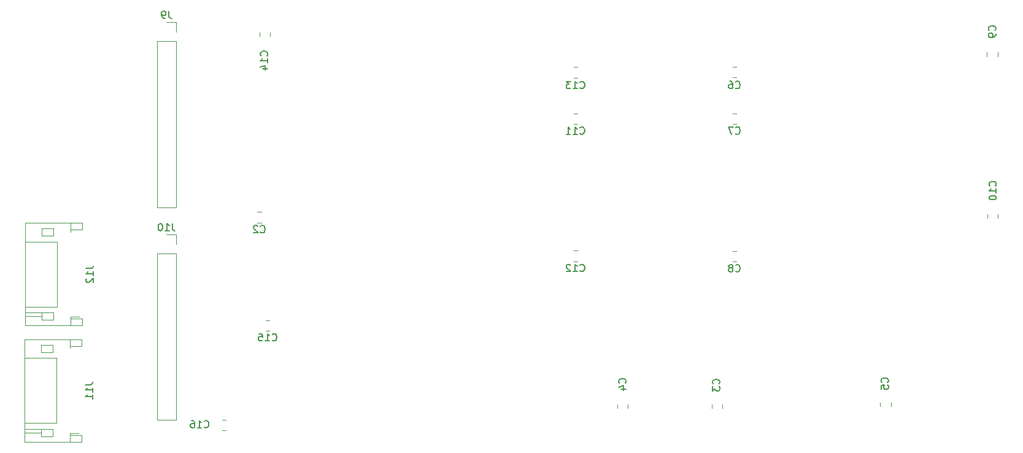
<source format=gbr>
%TF.GenerationSoftware,KiCad,Pcbnew,9.0.4*%
%TF.CreationDate,2025-12-15T16:32:27-04:00*%
%TF.ProjectId,RAMEXPB_V3,52414d45-5850-4425-9f56-332e6b696361,rev?*%
%TF.SameCoordinates,Original*%
%TF.FileFunction,Legend,Bot*%
%TF.FilePolarity,Positive*%
%FSLAX46Y46*%
G04 Gerber Fmt 4.6, Leading zero omitted, Abs format (unit mm)*
G04 Created by KiCad (PCBNEW 9.0.4) date 2025-12-15 16:32:27*
%MOMM*%
%LPD*%
G01*
G04 APERTURE LIST*
%ADD10C,0.150000*%
%ADD11C,0.120000*%
G04 APERTURE END LIST*
D10*
X163321666Y-87084580D02*
X163369285Y-87132200D01*
X163369285Y-87132200D02*
X163512142Y-87179819D01*
X163512142Y-87179819D02*
X163607380Y-87179819D01*
X163607380Y-87179819D02*
X163750237Y-87132200D01*
X163750237Y-87132200D02*
X163845475Y-87036961D01*
X163845475Y-87036961D02*
X163893094Y-86941723D01*
X163893094Y-86941723D02*
X163940713Y-86751247D01*
X163940713Y-86751247D02*
X163940713Y-86608390D01*
X163940713Y-86608390D02*
X163893094Y-86417914D01*
X163893094Y-86417914D02*
X163845475Y-86322676D01*
X163845475Y-86322676D02*
X163750237Y-86227438D01*
X163750237Y-86227438D02*
X163607380Y-86179819D01*
X163607380Y-86179819D02*
X163512142Y-86179819D01*
X163512142Y-86179819D02*
X163369285Y-86227438D01*
X163369285Y-86227438D02*
X163321666Y-86275057D01*
X162464523Y-86179819D02*
X162654999Y-86179819D01*
X162654999Y-86179819D02*
X162750237Y-86227438D01*
X162750237Y-86227438D02*
X162797856Y-86275057D01*
X162797856Y-86275057D02*
X162893094Y-86417914D01*
X162893094Y-86417914D02*
X162940713Y-86608390D01*
X162940713Y-86608390D02*
X162940713Y-86989342D01*
X162940713Y-86989342D02*
X162893094Y-87084580D01*
X162893094Y-87084580D02*
X162845475Y-87132200D01*
X162845475Y-87132200D02*
X162750237Y-87179819D01*
X162750237Y-87179819D02*
X162559761Y-87179819D01*
X162559761Y-87179819D02*
X162464523Y-87132200D01*
X162464523Y-87132200D02*
X162416904Y-87084580D01*
X162416904Y-87084580D02*
X162369285Y-86989342D01*
X162369285Y-86989342D02*
X162369285Y-86751247D01*
X162369285Y-86751247D02*
X162416904Y-86656009D01*
X162416904Y-86656009D02*
X162464523Y-86608390D01*
X162464523Y-86608390D02*
X162559761Y-86560771D01*
X162559761Y-86560771D02*
X162750237Y-86560771D01*
X162750237Y-86560771D02*
X162845475Y-86608390D01*
X162845475Y-86608390D02*
X162893094Y-86656009D01*
X162893094Y-86656009D02*
X162940713Y-86751247D01*
X85143333Y-76494819D02*
X85143333Y-77209104D01*
X85143333Y-77209104D02*
X85190952Y-77351961D01*
X85190952Y-77351961D02*
X85286190Y-77447200D01*
X85286190Y-77447200D02*
X85429047Y-77494819D01*
X85429047Y-77494819D02*
X85524285Y-77494819D01*
X84619523Y-77494819D02*
X84429047Y-77494819D01*
X84429047Y-77494819D02*
X84333809Y-77447200D01*
X84333809Y-77447200D02*
X84286190Y-77399580D01*
X84286190Y-77399580D02*
X84190952Y-77256723D01*
X84190952Y-77256723D02*
X84143333Y-77066247D01*
X84143333Y-77066247D02*
X84143333Y-76685295D01*
X84143333Y-76685295D02*
X84190952Y-76590057D01*
X84190952Y-76590057D02*
X84238571Y-76542438D01*
X84238571Y-76542438D02*
X84333809Y-76494819D01*
X84333809Y-76494819D02*
X84524285Y-76494819D01*
X84524285Y-76494819D02*
X84619523Y-76542438D01*
X84619523Y-76542438D02*
X84667142Y-76590057D01*
X84667142Y-76590057D02*
X84714761Y-76685295D01*
X84714761Y-76685295D02*
X84714761Y-76923390D01*
X84714761Y-76923390D02*
X84667142Y-77018628D01*
X84667142Y-77018628D02*
X84619523Y-77066247D01*
X84619523Y-77066247D02*
X84524285Y-77113866D01*
X84524285Y-77113866D02*
X84333809Y-77113866D01*
X84333809Y-77113866D02*
X84238571Y-77066247D01*
X84238571Y-77066247D02*
X84190952Y-77018628D01*
X84190952Y-77018628D02*
X84143333Y-76923390D01*
X148104580Y-127788333D02*
X148152200Y-127740714D01*
X148152200Y-127740714D02*
X148199819Y-127597857D01*
X148199819Y-127597857D02*
X148199819Y-127502619D01*
X148199819Y-127502619D02*
X148152200Y-127359762D01*
X148152200Y-127359762D02*
X148056961Y-127264524D01*
X148056961Y-127264524D02*
X147961723Y-127216905D01*
X147961723Y-127216905D02*
X147771247Y-127169286D01*
X147771247Y-127169286D02*
X147628390Y-127169286D01*
X147628390Y-127169286D02*
X147437914Y-127216905D01*
X147437914Y-127216905D02*
X147342676Y-127264524D01*
X147342676Y-127264524D02*
X147247438Y-127359762D01*
X147247438Y-127359762D02*
X147199819Y-127502619D01*
X147199819Y-127502619D02*
X147199819Y-127597857D01*
X147199819Y-127597857D02*
X147247438Y-127740714D01*
X147247438Y-127740714D02*
X147295057Y-127788333D01*
X147533152Y-128645476D02*
X148199819Y-128645476D01*
X147152200Y-128407381D02*
X147866485Y-128169286D01*
X147866485Y-128169286D02*
X147866485Y-128788333D01*
X99397857Y-121894580D02*
X99445476Y-121942200D01*
X99445476Y-121942200D02*
X99588333Y-121989819D01*
X99588333Y-121989819D02*
X99683571Y-121989819D01*
X99683571Y-121989819D02*
X99826428Y-121942200D01*
X99826428Y-121942200D02*
X99921666Y-121846961D01*
X99921666Y-121846961D02*
X99969285Y-121751723D01*
X99969285Y-121751723D02*
X100016904Y-121561247D01*
X100016904Y-121561247D02*
X100016904Y-121418390D01*
X100016904Y-121418390D02*
X99969285Y-121227914D01*
X99969285Y-121227914D02*
X99921666Y-121132676D01*
X99921666Y-121132676D02*
X99826428Y-121037438D01*
X99826428Y-121037438D02*
X99683571Y-120989819D01*
X99683571Y-120989819D02*
X99588333Y-120989819D01*
X99588333Y-120989819D02*
X99445476Y-121037438D01*
X99445476Y-121037438D02*
X99397857Y-121085057D01*
X98445476Y-121989819D02*
X99016904Y-121989819D01*
X98731190Y-121989819D02*
X98731190Y-120989819D01*
X98731190Y-120989819D02*
X98826428Y-121132676D01*
X98826428Y-121132676D02*
X98921666Y-121227914D01*
X98921666Y-121227914D02*
X99016904Y-121275533D01*
X97540714Y-120989819D02*
X98016904Y-120989819D01*
X98016904Y-120989819D02*
X98064523Y-121466009D01*
X98064523Y-121466009D02*
X98016904Y-121418390D01*
X98016904Y-121418390D02*
X97921666Y-121370771D01*
X97921666Y-121370771D02*
X97683571Y-121370771D01*
X97683571Y-121370771D02*
X97588333Y-121418390D01*
X97588333Y-121418390D02*
X97540714Y-121466009D01*
X97540714Y-121466009D02*
X97493095Y-121561247D01*
X97493095Y-121561247D02*
X97493095Y-121799342D01*
X97493095Y-121799342D02*
X97540714Y-121894580D01*
X97540714Y-121894580D02*
X97588333Y-121942200D01*
X97588333Y-121942200D02*
X97683571Y-121989819D01*
X97683571Y-121989819D02*
X97921666Y-121989819D01*
X97921666Y-121989819D02*
X98016904Y-121942200D01*
X98016904Y-121942200D02*
X98064523Y-121894580D01*
X163321666Y-112374580D02*
X163369285Y-112422200D01*
X163369285Y-112422200D02*
X163512142Y-112469819D01*
X163512142Y-112469819D02*
X163607380Y-112469819D01*
X163607380Y-112469819D02*
X163750237Y-112422200D01*
X163750237Y-112422200D02*
X163845475Y-112326961D01*
X163845475Y-112326961D02*
X163893094Y-112231723D01*
X163893094Y-112231723D02*
X163940713Y-112041247D01*
X163940713Y-112041247D02*
X163940713Y-111898390D01*
X163940713Y-111898390D02*
X163893094Y-111707914D01*
X163893094Y-111707914D02*
X163845475Y-111612676D01*
X163845475Y-111612676D02*
X163750237Y-111517438D01*
X163750237Y-111517438D02*
X163607380Y-111469819D01*
X163607380Y-111469819D02*
X163512142Y-111469819D01*
X163512142Y-111469819D02*
X163369285Y-111517438D01*
X163369285Y-111517438D02*
X163321666Y-111565057D01*
X162750237Y-111898390D02*
X162845475Y-111850771D01*
X162845475Y-111850771D02*
X162893094Y-111803152D01*
X162893094Y-111803152D02*
X162940713Y-111707914D01*
X162940713Y-111707914D02*
X162940713Y-111660295D01*
X162940713Y-111660295D02*
X162893094Y-111565057D01*
X162893094Y-111565057D02*
X162845475Y-111517438D01*
X162845475Y-111517438D02*
X162750237Y-111469819D01*
X162750237Y-111469819D02*
X162559761Y-111469819D01*
X162559761Y-111469819D02*
X162464523Y-111517438D01*
X162464523Y-111517438D02*
X162416904Y-111565057D01*
X162416904Y-111565057D02*
X162369285Y-111660295D01*
X162369285Y-111660295D02*
X162369285Y-111707914D01*
X162369285Y-111707914D02*
X162416904Y-111803152D01*
X162416904Y-111803152D02*
X162464523Y-111850771D01*
X162464523Y-111850771D02*
X162559761Y-111898390D01*
X162559761Y-111898390D02*
X162750237Y-111898390D01*
X162750237Y-111898390D02*
X162845475Y-111946009D01*
X162845475Y-111946009D02*
X162893094Y-111993628D01*
X162893094Y-111993628D02*
X162940713Y-112088866D01*
X162940713Y-112088866D02*
X162940713Y-112279342D01*
X162940713Y-112279342D02*
X162893094Y-112374580D01*
X162893094Y-112374580D02*
X162845475Y-112422200D01*
X162845475Y-112422200D02*
X162750237Y-112469819D01*
X162750237Y-112469819D02*
X162559761Y-112469819D01*
X162559761Y-112469819D02*
X162464523Y-112422200D01*
X162464523Y-112422200D02*
X162416904Y-112374580D01*
X162416904Y-112374580D02*
X162369285Y-112279342D01*
X162369285Y-112279342D02*
X162369285Y-112088866D01*
X162369285Y-112088866D02*
X162416904Y-111993628D01*
X162416904Y-111993628D02*
X162464523Y-111946009D01*
X162464523Y-111946009D02*
X162559761Y-111898390D01*
X85619523Y-105794819D02*
X85619523Y-106509104D01*
X85619523Y-106509104D02*
X85667142Y-106651961D01*
X85667142Y-106651961D02*
X85762380Y-106747200D01*
X85762380Y-106747200D02*
X85905237Y-106794819D01*
X85905237Y-106794819D02*
X86000475Y-106794819D01*
X84619523Y-106794819D02*
X85190951Y-106794819D01*
X84905237Y-106794819D02*
X84905237Y-105794819D01*
X84905237Y-105794819D02*
X85000475Y-105937676D01*
X85000475Y-105937676D02*
X85095713Y-106032914D01*
X85095713Y-106032914D02*
X85190951Y-106080533D01*
X84000475Y-105794819D02*
X83905237Y-105794819D01*
X83905237Y-105794819D02*
X83809999Y-105842438D01*
X83809999Y-105842438D02*
X83762380Y-105890057D01*
X83762380Y-105890057D02*
X83714761Y-105985295D01*
X83714761Y-105985295D02*
X83667142Y-106175771D01*
X83667142Y-106175771D02*
X83667142Y-106413866D01*
X83667142Y-106413866D02*
X83714761Y-106604342D01*
X83714761Y-106604342D02*
X83762380Y-106699580D01*
X83762380Y-106699580D02*
X83809999Y-106747200D01*
X83809999Y-106747200D02*
X83905237Y-106794819D01*
X83905237Y-106794819D02*
X84000475Y-106794819D01*
X84000475Y-106794819D02*
X84095713Y-106747200D01*
X84095713Y-106747200D02*
X84143332Y-106699580D01*
X84143332Y-106699580D02*
X84190951Y-106604342D01*
X84190951Y-106604342D02*
X84238570Y-106413866D01*
X84238570Y-106413866D02*
X84238570Y-106175771D01*
X84238570Y-106175771D02*
X84190951Y-105985295D01*
X84190951Y-105985295D02*
X84143332Y-105890057D01*
X84143332Y-105890057D02*
X84095713Y-105842438D01*
X84095713Y-105842438D02*
X84000475Y-105794819D01*
X184294580Y-127708333D02*
X184342200Y-127660714D01*
X184342200Y-127660714D02*
X184389819Y-127517857D01*
X184389819Y-127517857D02*
X184389819Y-127422619D01*
X184389819Y-127422619D02*
X184342200Y-127279762D01*
X184342200Y-127279762D02*
X184246961Y-127184524D01*
X184246961Y-127184524D02*
X184151723Y-127136905D01*
X184151723Y-127136905D02*
X183961247Y-127089286D01*
X183961247Y-127089286D02*
X183818390Y-127089286D01*
X183818390Y-127089286D02*
X183627914Y-127136905D01*
X183627914Y-127136905D02*
X183532676Y-127184524D01*
X183532676Y-127184524D02*
X183437438Y-127279762D01*
X183437438Y-127279762D02*
X183389819Y-127422619D01*
X183389819Y-127422619D02*
X183389819Y-127517857D01*
X183389819Y-127517857D02*
X183437438Y-127660714D01*
X183437438Y-127660714D02*
X183485057Y-127708333D01*
X183389819Y-128613095D02*
X183389819Y-128136905D01*
X183389819Y-128136905D02*
X183866009Y-128089286D01*
X183866009Y-128089286D02*
X183818390Y-128136905D01*
X183818390Y-128136905D02*
X183770771Y-128232143D01*
X183770771Y-128232143D02*
X183770771Y-128470238D01*
X183770771Y-128470238D02*
X183818390Y-128565476D01*
X183818390Y-128565476D02*
X183866009Y-128613095D01*
X183866009Y-128613095D02*
X183961247Y-128660714D01*
X183961247Y-128660714D02*
X184199342Y-128660714D01*
X184199342Y-128660714D02*
X184294580Y-128613095D01*
X184294580Y-128613095D02*
X184342200Y-128565476D01*
X184342200Y-128565476D02*
X184389819Y-128470238D01*
X184389819Y-128470238D02*
X184389819Y-128232143D01*
X184389819Y-128232143D02*
X184342200Y-128136905D01*
X184342200Y-128136905D02*
X184294580Y-128089286D01*
X98674580Y-82652142D02*
X98722200Y-82604523D01*
X98722200Y-82604523D02*
X98769819Y-82461666D01*
X98769819Y-82461666D02*
X98769819Y-82366428D01*
X98769819Y-82366428D02*
X98722200Y-82223571D01*
X98722200Y-82223571D02*
X98626961Y-82128333D01*
X98626961Y-82128333D02*
X98531723Y-82080714D01*
X98531723Y-82080714D02*
X98341247Y-82033095D01*
X98341247Y-82033095D02*
X98198390Y-82033095D01*
X98198390Y-82033095D02*
X98007914Y-82080714D01*
X98007914Y-82080714D02*
X97912676Y-82128333D01*
X97912676Y-82128333D02*
X97817438Y-82223571D01*
X97817438Y-82223571D02*
X97769819Y-82366428D01*
X97769819Y-82366428D02*
X97769819Y-82461666D01*
X97769819Y-82461666D02*
X97817438Y-82604523D01*
X97817438Y-82604523D02*
X97865057Y-82652142D01*
X98769819Y-83604523D02*
X98769819Y-83033095D01*
X98769819Y-83318809D02*
X97769819Y-83318809D01*
X97769819Y-83318809D02*
X97912676Y-83223571D01*
X97912676Y-83223571D02*
X98007914Y-83128333D01*
X98007914Y-83128333D02*
X98055533Y-83033095D01*
X98103152Y-84461666D02*
X98769819Y-84461666D01*
X97722200Y-84223571D02*
X98436485Y-83985476D01*
X98436485Y-83985476D02*
X98436485Y-84604523D01*
X97771666Y-106984580D02*
X97819285Y-107032200D01*
X97819285Y-107032200D02*
X97962142Y-107079819D01*
X97962142Y-107079819D02*
X98057380Y-107079819D01*
X98057380Y-107079819D02*
X98200237Y-107032200D01*
X98200237Y-107032200D02*
X98295475Y-106936961D01*
X98295475Y-106936961D02*
X98343094Y-106841723D01*
X98343094Y-106841723D02*
X98390713Y-106651247D01*
X98390713Y-106651247D02*
X98390713Y-106508390D01*
X98390713Y-106508390D02*
X98343094Y-106317914D01*
X98343094Y-106317914D02*
X98295475Y-106222676D01*
X98295475Y-106222676D02*
X98200237Y-106127438D01*
X98200237Y-106127438D02*
X98057380Y-106079819D01*
X98057380Y-106079819D02*
X97962142Y-106079819D01*
X97962142Y-106079819D02*
X97819285Y-106127438D01*
X97819285Y-106127438D02*
X97771666Y-106175057D01*
X97390713Y-106175057D02*
X97343094Y-106127438D01*
X97343094Y-106127438D02*
X97247856Y-106079819D01*
X97247856Y-106079819D02*
X97009761Y-106079819D01*
X97009761Y-106079819D02*
X96914523Y-106127438D01*
X96914523Y-106127438D02*
X96866904Y-106175057D01*
X96866904Y-106175057D02*
X96819285Y-106270295D01*
X96819285Y-106270295D02*
X96819285Y-106365533D01*
X96819285Y-106365533D02*
X96866904Y-106508390D01*
X96866904Y-106508390D02*
X97438332Y-107079819D01*
X97438332Y-107079819D02*
X96819285Y-107079819D01*
X199194580Y-100612142D02*
X199242200Y-100564523D01*
X199242200Y-100564523D02*
X199289819Y-100421666D01*
X199289819Y-100421666D02*
X199289819Y-100326428D01*
X199289819Y-100326428D02*
X199242200Y-100183571D01*
X199242200Y-100183571D02*
X199146961Y-100088333D01*
X199146961Y-100088333D02*
X199051723Y-100040714D01*
X199051723Y-100040714D02*
X198861247Y-99993095D01*
X198861247Y-99993095D02*
X198718390Y-99993095D01*
X198718390Y-99993095D02*
X198527914Y-100040714D01*
X198527914Y-100040714D02*
X198432676Y-100088333D01*
X198432676Y-100088333D02*
X198337438Y-100183571D01*
X198337438Y-100183571D02*
X198289819Y-100326428D01*
X198289819Y-100326428D02*
X198289819Y-100421666D01*
X198289819Y-100421666D02*
X198337438Y-100564523D01*
X198337438Y-100564523D02*
X198385057Y-100612142D01*
X199289819Y-101564523D02*
X199289819Y-100993095D01*
X199289819Y-101278809D02*
X198289819Y-101278809D01*
X198289819Y-101278809D02*
X198432676Y-101183571D01*
X198432676Y-101183571D02*
X198527914Y-101088333D01*
X198527914Y-101088333D02*
X198575533Y-100993095D01*
X198289819Y-102183571D02*
X198289819Y-102278809D01*
X198289819Y-102278809D02*
X198337438Y-102374047D01*
X198337438Y-102374047D02*
X198385057Y-102421666D01*
X198385057Y-102421666D02*
X198480295Y-102469285D01*
X198480295Y-102469285D02*
X198670771Y-102516904D01*
X198670771Y-102516904D02*
X198908866Y-102516904D01*
X198908866Y-102516904D02*
X199099342Y-102469285D01*
X199099342Y-102469285D02*
X199194580Y-102421666D01*
X199194580Y-102421666D02*
X199242200Y-102374047D01*
X199242200Y-102374047D02*
X199289819Y-102278809D01*
X199289819Y-102278809D02*
X199289819Y-102183571D01*
X199289819Y-102183571D02*
X199242200Y-102088333D01*
X199242200Y-102088333D02*
X199194580Y-102040714D01*
X199194580Y-102040714D02*
X199099342Y-101993095D01*
X199099342Y-101993095D02*
X198908866Y-101945476D01*
X198908866Y-101945476D02*
X198670771Y-101945476D01*
X198670771Y-101945476D02*
X198480295Y-101993095D01*
X198480295Y-101993095D02*
X198385057Y-102040714D01*
X198385057Y-102040714D02*
X198337438Y-102088333D01*
X198337438Y-102088333D02*
X198289819Y-102183571D01*
X141862857Y-87099580D02*
X141910476Y-87147200D01*
X141910476Y-87147200D02*
X142053333Y-87194819D01*
X142053333Y-87194819D02*
X142148571Y-87194819D01*
X142148571Y-87194819D02*
X142291428Y-87147200D01*
X142291428Y-87147200D02*
X142386666Y-87051961D01*
X142386666Y-87051961D02*
X142434285Y-86956723D01*
X142434285Y-86956723D02*
X142481904Y-86766247D01*
X142481904Y-86766247D02*
X142481904Y-86623390D01*
X142481904Y-86623390D02*
X142434285Y-86432914D01*
X142434285Y-86432914D02*
X142386666Y-86337676D01*
X142386666Y-86337676D02*
X142291428Y-86242438D01*
X142291428Y-86242438D02*
X142148571Y-86194819D01*
X142148571Y-86194819D02*
X142053333Y-86194819D01*
X142053333Y-86194819D02*
X141910476Y-86242438D01*
X141910476Y-86242438D02*
X141862857Y-86290057D01*
X140910476Y-87194819D02*
X141481904Y-87194819D01*
X141196190Y-87194819D02*
X141196190Y-86194819D01*
X141196190Y-86194819D02*
X141291428Y-86337676D01*
X141291428Y-86337676D02*
X141386666Y-86432914D01*
X141386666Y-86432914D02*
X141481904Y-86480533D01*
X140577142Y-86194819D02*
X139958095Y-86194819D01*
X139958095Y-86194819D02*
X140291428Y-86575771D01*
X140291428Y-86575771D02*
X140148571Y-86575771D01*
X140148571Y-86575771D02*
X140053333Y-86623390D01*
X140053333Y-86623390D02*
X140005714Y-86671009D01*
X140005714Y-86671009D02*
X139958095Y-86766247D01*
X139958095Y-86766247D02*
X139958095Y-87004342D01*
X139958095Y-87004342D02*
X140005714Y-87099580D01*
X140005714Y-87099580D02*
X140053333Y-87147200D01*
X140053333Y-87147200D02*
X140148571Y-87194819D01*
X140148571Y-87194819D02*
X140434285Y-87194819D01*
X140434285Y-87194819D02*
X140529523Y-87147200D01*
X140529523Y-87147200D02*
X140577142Y-87099580D01*
X161034580Y-127918333D02*
X161082200Y-127870714D01*
X161082200Y-127870714D02*
X161129819Y-127727857D01*
X161129819Y-127727857D02*
X161129819Y-127632619D01*
X161129819Y-127632619D02*
X161082200Y-127489762D01*
X161082200Y-127489762D02*
X160986961Y-127394524D01*
X160986961Y-127394524D02*
X160891723Y-127346905D01*
X160891723Y-127346905D02*
X160701247Y-127299286D01*
X160701247Y-127299286D02*
X160558390Y-127299286D01*
X160558390Y-127299286D02*
X160367914Y-127346905D01*
X160367914Y-127346905D02*
X160272676Y-127394524D01*
X160272676Y-127394524D02*
X160177438Y-127489762D01*
X160177438Y-127489762D02*
X160129819Y-127632619D01*
X160129819Y-127632619D02*
X160129819Y-127727857D01*
X160129819Y-127727857D02*
X160177438Y-127870714D01*
X160177438Y-127870714D02*
X160225057Y-127918333D01*
X160129819Y-128251667D02*
X160129819Y-128870714D01*
X160129819Y-128870714D02*
X160510771Y-128537381D01*
X160510771Y-128537381D02*
X160510771Y-128680238D01*
X160510771Y-128680238D02*
X160558390Y-128775476D01*
X160558390Y-128775476D02*
X160606009Y-128823095D01*
X160606009Y-128823095D02*
X160701247Y-128870714D01*
X160701247Y-128870714D02*
X160939342Y-128870714D01*
X160939342Y-128870714D02*
X161034580Y-128823095D01*
X161034580Y-128823095D02*
X161082200Y-128775476D01*
X161082200Y-128775476D02*
X161129819Y-128680238D01*
X161129819Y-128680238D02*
X161129819Y-128394524D01*
X161129819Y-128394524D02*
X161082200Y-128299286D01*
X161082200Y-128299286D02*
X161034580Y-128251667D01*
X199114580Y-79148333D02*
X199162200Y-79100714D01*
X199162200Y-79100714D02*
X199209819Y-78957857D01*
X199209819Y-78957857D02*
X199209819Y-78862619D01*
X199209819Y-78862619D02*
X199162200Y-78719762D01*
X199162200Y-78719762D02*
X199066961Y-78624524D01*
X199066961Y-78624524D02*
X198971723Y-78576905D01*
X198971723Y-78576905D02*
X198781247Y-78529286D01*
X198781247Y-78529286D02*
X198638390Y-78529286D01*
X198638390Y-78529286D02*
X198447914Y-78576905D01*
X198447914Y-78576905D02*
X198352676Y-78624524D01*
X198352676Y-78624524D02*
X198257438Y-78719762D01*
X198257438Y-78719762D02*
X198209819Y-78862619D01*
X198209819Y-78862619D02*
X198209819Y-78957857D01*
X198209819Y-78957857D02*
X198257438Y-79100714D01*
X198257438Y-79100714D02*
X198305057Y-79148333D01*
X199209819Y-79624524D02*
X199209819Y-79815000D01*
X199209819Y-79815000D02*
X199162200Y-79910238D01*
X199162200Y-79910238D02*
X199114580Y-79957857D01*
X199114580Y-79957857D02*
X198971723Y-80053095D01*
X198971723Y-80053095D02*
X198781247Y-80100714D01*
X198781247Y-80100714D02*
X198400295Y-80100714D01*
X198400295Y-80100714D02*
X198305057Y-80053095D01*
X198305057Y-80053095D02*
X198257438Y-80005476D01*
X198257438Y-80005476D02*
X198209819Y-79910238D01*
X198209819Y-79910238D02*
X198209819Y-79719762D01*
X198209819Y-79719762D02*
X198257438Y-79624524D01*
X198257438Y-79624524D02*
X198305057Y-79576905D01*
X198305057Y-79576905D02*
X198400295Y-79529286D01*
X198400295Y-79529286D02*
X198638390Y-79529286D01*
X198638390Y-79529286D02*
X198733628Y-79576905D01*
X198733628Y-79576905D02*
X198781247Y-79624524D01*
X198781247Y-79624524D02*
X198828866Y-79719762D01*
X198828866Y-79719762D02*
X198828866Y-79910238D01*
X198828866Y-79910238D02*
X198781247Y-80005476D01*
X198781247Y-80005476D02*
X198733628Y-80053095D01*
X198733628Y-80053095D02*
X198638390Y-80100714D01*
X90027857Y-133874580D02*
X90075476Y-133922200D01*
X90075476Y-133922200D02*
X90218333Y-133969819D01*
X90218333Y-133969819D02*
X90313571Y-133969819D01*
X90313571Y-133969819D02*
X90456428Y-133922200D01*
X90456428Y-133922200D02*
X90551666Y-133826961D01*
X90551666Y-133826961D02*
X90599285Y-133731723D01*
X90599285Y-133731723D02*
X90646904Y-133541247D01*
X90646904Y-133541247D02*
X90646904Y-133398390D01*
X90646904Y-133398390D02*
X90599285Y-133207914D01*
X90599285Y-133207914D02*
X90551666Y-133112676D01*
X90551666Y-133112676D02*
X90456428Y-133017438D01*
X90456428Y-133017438D02*
X90313571Y-132969819D01*
X90313571Y-132969819D02*
X90218333Y-132969819D01*
X90218333Y-132969819D02*
X90075476Y-133017438D01*
X90075476Y-133017438D02*
X90027857Y-133065057D01*
X89075476Y-133969819D02*
X89646904Y-133969819D01*
X89361190Y-133969819D02*
X89361190Y-132969819D01*
X89361190Y-132969819D02*
X89456428Y-133112676D01*
X89456428Y-133112676D02*
X89551666Y-133207914D01*
X89551666Y-133207914D02*
X89646904Y-133255533D01*
X88218333Y-132969819D02*
X88408809Y-132969819D01*
X88408809Y-132969819D02*
X88504047Y-133017438D01*
X88504047Y-133017438D02*
X88551666Y-133065057D01*
X88551666Y-133065057D02*
X88646904Y-133207914D01*
X88646904Y-133207914D02*
X88694523Y-133398390D01*
X88694523Y-133398390D02*
X88694523Y-133779342D01*
X88694523Y-133779342D02*
X88646904Y-133874580D01*
X88646904Y-133874580D02*
X88599285Y-133922200D01*
X88599285Y-133922200D02*
X88504047Y-133969819D01*
X88504047Y-133969819D02*
X88313571Y-133969819D01*
X88313571Y-133969819D02*
X88218333Y-133922200D01*
X88218333Y-133922200D02*
X88170714Y-133874580D01*
X88170714Y-133874580D02*
X88123095Y-133779342D01*
X88123095Y-133779342D02*
X88123095Y-133541247D01*
X88123095Y-133541247D02*
X88170714Y-133446009D01*
X88170714Y-133446009D02*
X88218333Y-133398390D01*
X88218333Y-133398390D02*
X88313571Y-133350771D01*
X88313571Y-133350771D02*
X88504047Y-133350771D01*
X88504047Y-133350771D02*
X88599285Y-133398390D01*
X88599285Y-133398390D02*
X88646904Y-133446009D01*
X88646904Y-133446009D02*
X88694523Y-133541247D01*
X73619819Y-128030476D02*
X74334104Y-128030476D01*
X74334104Y-128030476D02*
X74476961Y-127982857D01*
X74476961Y-127982857D02*
X74572200Y-127887619D01*
X74572200Y-127887619D02*
X74619819Y-127744762D01*
X74619819Y-127744762D02*
X74619819Y-127649524D01*
X74619819Y-129030476D02*
X74619819Y-128459048D01*
X74619819Y-128744762D02*
X73619819Y-128744762D01*
X73619819Y-128744762D02*
X73762676Y-128649524D01*
X73762676Y-128649524D02*
X73857914Y-128554286D01*
X73857914Y-128554286D02*
X73905533Y-128459048D01*
X74619819Y-129982857D02*
X74619819Y-129411429D01*
X74619819Y-129697143D02*
X73619819Y-129697143D01*
X73619819Y-129697143D02*
X73762676Y-129601905D01*
X73762676Y-129601905D02*
X73857914Y-129506667D01*
X73857914Y-129506667D02*
X73905533Y-129411429D01*
X141862857Y-93369580D02*
X141910476Y-93417200D01*
X141910476Y-93417200D02*
X142053333Y-93464819D01*
X142053333Y-93464819D02*
X142148571Y-93464819D01*
X142148571Y-93464819D02*
X142291428Y-93417200D01*
X142291428Y-93417200D02*
X142386666Y-93321961D01*
X142386666Y-93321961D02*
X142434285Y-93226723D01*
X142434285Y-93226723D02*
X142481904Y-93036247D01*
X142481904Y-93036247D02*
X142481904Y-92893390D01*
X142481904Y-92893390D02*
X142434285Y-92702914D01*
X142434285Y-92702914D02*
X142386666Y-92607676D01*
X142386666Y-92607676D02*
X142291428Y-92512438D01*
X142291428Y-92512438D02*
X142148571Y-92464819D01*
X142148571Y-92464819D02*
X142053333Y-92464819D01*
X142053333Y-92464819D02*
X141910476Y-92512438D01*
X141910476Y-92512438D02*
X141862857Y-92560057D01*
X140910476Y-93464819D02*
X141481904Y-93464819D01*
X141196190Y-93464819D02*
X141196190Y-92464819D01*
X141196190Y-92464819D02*
X141291428Y-92607676D01*
X141291428Y-92607676D02*
X141386666Y-92702914D01*
X141386666Y-92702914D02*
X141481904Y-92750533D01*
X139958095Y-93464819D02*
X140529523Y-93464819D01*
X140243809Y-93464819D02*
X140243809Y-92464819D01*
X140243809Y-92464819D02*
X140339047Y-92607676D01*
X140339047Y-92607676D02*
X140434285Y-92702914D01*
X140434285Y-92702914D02*
X140529523Y-92750533D01*
X141862857Y-112319580D02*
X141910476Y-112367200D01*
X141910476Y-112367200D02*
X142053333Y-112414819D01*
X142053333Y-112414819D02*
X142148571Y-112414819D01*
X142148571Y-112414819D02*
X142291428Y-112367200D01*
X142291428Y-112367200D02*
X142386666Y-112271961D01*
X142386666Y-112271961D02*
X142434285Y-112176723D01*
X142434285Y-112176723D02*
X142481904Y-111986247D01*
X142481904Y-111986247D02*
X142481904Y-111843390D01*
X142481904Y-111843390D02*
X142434285Y-111652914D01*
X142434285Y-111652914D02*
X142386666Y-111557676D01*
X142386666Y-111557676D02*
X142291428Y-111462438D01*
X142291428Y-111462438D02*
X142148571Y-111414819D01*
X142148571Y-111414819D02*
X142053333Y-111414819D01*
X142053333Y-111414819D02*
X141910476Y-111462438D01*
X141910476Y-111462438D02*
X141862857Y-111510057D01*
X140910476Y-112414819D02*
X141481904Y-112414819D01*
X141196190Y-112414819D02*
X141196190Y-111414819D01*
X141196190Y-111414819D02*
X141291428Y-111557676D01*
X141291428Y-111557676D02*
X141386666Y-111652914D01*
X141386666Y-111652914D02*
X141481904Y-111700533D01*
X140529523Y-111510057D02*
X140481904Y-111462438D01*
X140481904Y-111462438D02*
X140386666Y-111414819D01*
X140386666Y-111414819D02*
X140148571Y-111414819D01*
X140148571Y-111414819D02*
X140053333Y-111462438D01*
X140053333Y-111462438D02*
X140005714Y-111510057D01*
X140005714Y-111510057D02*
X139958095Y-111605295D01*
X139958095Y-111605295D02*
X139958095Y-111700533D01*
X139958095Y-111700533D02*
X140005714Y-111843390D01*
X140005714Y-111843390D02*
X140577142Y-112414819D01*
X140577142Y-112414819D02*
X139958095Y-112414819D01*
X73699819Y-111985476D02*
X74414104Y-111985476D01*
X74414104Y-111985476D02*
X74556961Y-111937857D01*
X74556961Y-111937857D02*
X74652200Y-111842619D01*
X74652200Y-111842619D02*
X74699819Y-111699762D01*
X74699819Y-111699762D02*
X74699819Y-111604524D01*
X74699819Y-112985476D02*
X74699819Y-112414048D01*
X74699819Y-112699762D02*
X73699819Y-112699762D01*
X73699819Y-112699762D02*
X73842676Y-112604524D01*
X73842676Y-112604524D02*
X73937914Y-112509286D01*
X73937914Y-112509286D02*
X73985533Y-112414048D01*
X73795057Y-113366429D02*
X73747438Y-113414048D01*
X73747438Y-113414048D02*
X73699819Y-113509286D01*
X73699819Y-113509286D02*
X73699819Y-113747381D01*
X73699819Y-113747381D02*
X73747438Y-113842619D01*
X73747438Y-113842619D02*
X73795057Y-113890238D01*
X73795057Y-113890238D02*
X73890295Y-113937857D01*
X73890295Y-113937857D02*
X73985533Y-113937857D01*
X73985533Y-113937857D02*
X74128390Y-113890238D01*
X74128390Y-113890238D02*
X74699819Y-113318810D01*
X74699819Y-113318810D02*
X74699819Y-113937857D01*
X163321666Y-93369580D02*
X163369285Y-93417200D01*
X163369285Y-93417200D02*
X163512142Y-93464819D01*
X163512142Y-93464819D02*
X163607380Y-93464819D01*
X163607380Y-93464819D02*
X163750237Y-93417200D01*
X163750237Y-93417200D02*
X163845475Y-93321961D01*
X163845475Y-93321961D02*
X163893094Y-93226723D01*
X163893094Y-93226723D02*
X163940713Y-93036247D01*
X163940713Y-93036247D02*
X163940713Y-92893390D01*
X163940713Y-92893390D02*
X163893094Y-92702914D01*
X163893094Y-92702914D02*
X163845475Y-92607676D01*
X163845475Y-92607676D02*
X163750237Y-92512438D01*
X163750237Y-92512438D02*
X163607380Y-92464819D01*
X163607380Y-92464819D02*
X163512142Y-92464819D01*
X163512142Y-92464819D02*
X163369285Y-92512438D01*
X163369285Y-92512438D02*
X163321666Y-92560057D01*
X162988332Y-92464819D02*
X162321666Y-92464819D01*
X162321666Y-92464819D02*
X162750237Y-93464819D01*
D11*
%TO.C,C6*%
X163416252Y-84200000D02*
X162893748Y-84200000D01*
X163416252Y-85670000D02*
X162893748Y-85670000D01*
%TO.C,J9*%
X83480000Y-80640000D02*
X86140000Y-80640000D01*
X83480000Y-103560000D02*
X83480000Y-80640000D01*
X83480000Y-103560000D02*
X86140000Y-103560000D01*
X84810000Y-78040000D02*
X86140000Y-78040000D01*
X86140000Y-78040000D02*
X86140000Y-79370000D01*
X86140000Y-103560000D02*
X86140000Y-80640000D01*
%TO.C,C4*%
X146980000Y-130753748D02*
X146980000Y-131276252D01*
X148450000Y-130753748D02*
X148450000Y-131276252D01*
%TO.C,C15*%
X99016252Y-119120000D02*
X98493748Y-119120000D01*
X99016252Y-120590000D02*
X98493748Y-120590000D01*
%TO.C,C8*%
X163416252Y-109600000D02*
X162893748Y-109600000D01*
X163416252Y-111070000D02*
X162893748Y-111070000D01*
%TO.C,J10*%
X83480000Y-109940000D02*
X86140000Y-109940000D01*
X83480000Y-132860000D02*
X83480000Y-109940000D01*
X83480000Y-132860000D02*
X86140000Y-132860000D01*
X84810000Y-107340000D02*
X86140000Y-107340000D01*
X86140000Y-107340000D02*
X86140000Y-108670000D01*
X86140000Y-132860000D02*
X86140000Y-109940000D01*
%TO.C,C5*%
X183260000Y-130533748D02*
X183260000Y-131056252D01*
X184730000Y-130533748D02*
X184730000Y-131056252D01*
%TO.C,C14*%
X97630000Y-79956252D02*
X97630000Y-79433748D01*
X99100000Y-79956252D02*
X99100000Y-79433748D01*
%TO.C,C2*%
X97866252Y-104210000D02*
X97343748Y-104210000D01*
X97866252Y-105680000D02*
X97343748Y-105680000D01*
%TO.C,C10*%
X198060000Y-104996252D02*
X198060000Y-104473748D01*
X199530000Y-104996252D02*
X199530000Y-104473748D01*
%TO.C,C13*%
X141481252Y-84215000D02*
X140958748Y-84215000D01*
X141481252Y-85685000D02*
X140958748Y-85685000D01*
%TO.C,C3*%
X160010000Y-130753748D02*
X160010000Y-131276252D01*
X161480000Y-130753748D02*
X161480000Y-131276252D01*
%TO.C,C9*%
X198010000Y-82716252D02*
X198010000Y-82193748D01*
X199480000Y-82716252D02*
X199480000Y-82193748D01*
%TO.C,C16*%
X92493748Y-132870000D02*
X93016252Y-132870000D01*
X92493748Y-134340000D02*
X93016252Y-134340000D01*
%TO.C,J11*%
X65255000Y-121780000D02*
X65255000Y-135900000D01*
X65255000Y-124340000D02*
X69615000Y-124340000D01*
X65255000Y-134140000D02*
X67515000Y-134140000D01*
X65255000Y-134640000D02*
X67515000Y-134640000D01*
X65255000Y-135900000D02*
X73075000Y-135900000D01*
X67515000Y-122540000D02*
X69115000Y-122540000D01*
X67515000Y-123540000D02*
X67515000Y-122540000D01*
X67515000Y-134140000D02*
X67515000Y-135140000D01*
X67515000Y-135140000D02*
X69115000Y-135140000D01*
X69115000Y-122540000D02*
X69115000Y-123540000D01*
X69115000Y-123540000D02*
X67515000Y-123540000D01*
X69115000Y-134140000D02*
X67515000Y-134140000D01*
X69115000Y-135140000D02*
X69115000Y-134140000D01*
X69615000Y-124340000D02*
X69615000Y-133340000D01*
X69615000Y-133340000D02*
X65255000Y-133340000D01*
X71475000Y-122700000D02*
X71475000Y-121780000D01*
X71475000Y-122700000D02*
X73075000Y-122700000D01*
X71475000Y-122980000D02*
X71475000Y-122700000D01*
X71475000Y-134980000D02*
X71475000Y-134700000D01*
X71475000Y-134980000D02*
X71475000Y-135900000D01*
X72690000Y-134700000D02*
X71475000Y-134700000D01*
X73075000Y-121780000D02*
X65255000Y-121780000D01*
X73075000Y-122700000D02*
X73075000Y-121780000D01*
X73075000Y-134980000D02*
X71475000Y-134980000D01*
X73075000Y-135900000D02*
X73075000Y-134980000D01*
%TO.C,C11*%
X141481252Y-90595000D02*
X140958748Y-90595000D01*
X141481252Y-92065000D02*
X140958748Y-92065000D01*
%TO.C,C12*%
X141481252Y-109545000D02*
X140958748Y-109545000D01*
X141481252Y-111015000D02*
X140958748Y-111015000D01*
%TO.C,J12*%
X65335000Y-105735000D02*
X65335000Y-119855000D01*
X65335000Y-108295000D02*
X69695000Y-108295000D01*
X65335000Y-118095000D02*
X67595000Y-118095000D01*
X65335000Y-118595000D02*
X67595000Y-118595000D01*
X65335000Y-119855000D02*
X73155000Y-119855000D01*
X67595000Y-106495000D02*
X69195000Y-106495000D01*
X67595000Y-107495000D02*
X67595000Y-106495000D01*
X67595000Y-118095000D02*
X67595000Y-119095000D01*
X67595000Y-119095000D02*
X69195000Y-119095000D01*
X69195000Y-106495000D02*
X69195000Y-107495000D01*
X69195000Y-107495000D02*
X67595000Y-107495000D01*
X69195000Y-118095000D02*
X67595000Y-118095000D01*
X69195000Y-119095000D02*
X69195000Y-118095000D01*
X69695000Y-108295000D02*
X69695000Y-117295000D01*
X69695000Y-117295000D02*
X65335000Y-117295000D01*
X71555000Y-106655000D02*
X71555000Y-105735000D01*
X71555000Y-106655000D02*
X73155000Y-106655000D01*
X71555000Y-106935000D02*
X71555000Y-106655000D01*
X71555000Y-118935000D02*
X71555000Y-118655000D01*
X71555000Y-118935000D02*
X71555000Y-119855000D01*
X72770000Y-118655000D02*
X71555000Y-118655000D01*
X73155000Y-105735000D02*
X65335000Y-105735000D01*
X73155000Y-106655000D02*
X73155000Y-105735000D01*
X73155000Y-118935000D02*
X71555000Y-118935000D01*
X73155000Y-119855000D02*
X73155000Y-118935000D01*
%TO.C,C7*%
X163416252Y-90595000D02*
X162893748Y-90595000D01*
X163416252Y-92065000D02*
X162893748Y-92065000D01*
%TD*%
M02*

</source>
